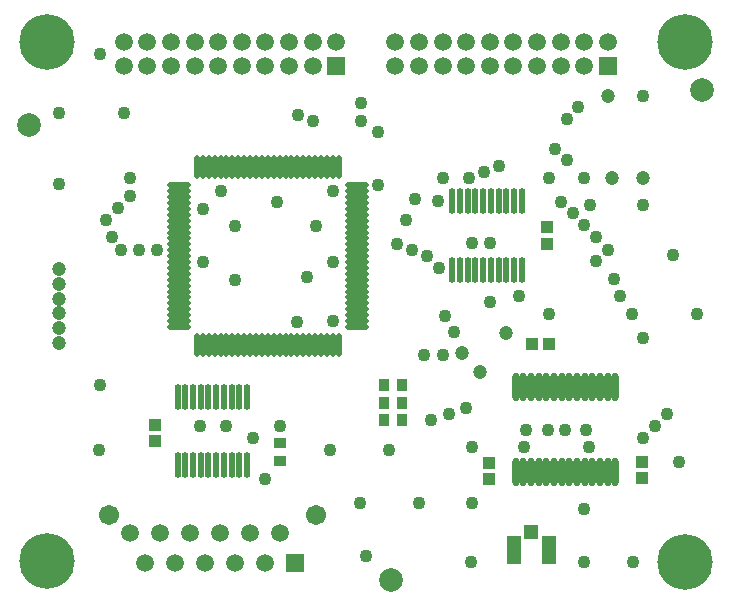
<source format=gts>
%FSLAX43Y43*%
%MOMM*%
G71*
G01*
G75*
G04 Layer_Color=8388736*
%ADD10C,0.305*%
%ADD11C,1.000*%
%ADD12O,0.350X2.000*%
%ADD13R,0.700X0.900*%
%ADD14R,0.900X0.800*%
%ADD15R,0.800X0.900*%
%ADD16R,0.900X0.700*%
%ADD17O,1.800X0.300*%
%ADD18O,0.300X1.800*%
%ADD19O,0.450X2.200*%
%ADD20R,1.050X2.200*%
%ADD21R,1.000X1.050*%
%ADD22C,0.127*%
%ADD23C,4.500*%
%ADD24C,1.500*%
%ADD25C,1.300*%
%ADD26R,1.300X1.300*%
%ADD27C,0.889*%
%ADD28R,1.400X1.100*%
%ADD29R,1.400X1.200*%
%ADD30R,2.100X0.900*%
%ADD31R,2.100X3.200*%
%ADD32C,0.600*%
%ADD33C,0.250*%
%ADD34C,0.200*%
%ADD35C,0.100*%
%ADD36C,0.152*%
%ADD37C,0.152*%
%ADD38C,1.203*%
%ADD39C,2.000*%
%ADD40O,0.553X2.203*%
%ADD41R,0.903X1.103*%
%ADD42R,1.103X1.003*%
%ADD43R,1.003X1.103*%
%ADD44R,1.103X0.903*%
%ADD45O,2.003X0.503*%
%ADD46O,0.503X2.003*%
%ADD47O,0.653X2.403*%
%ADD48R,1.253X2.403*%
%ADD49R,1.203X1.253*%
%ADD50C,4.703*%
%ADD51C,1.703*%
%ADD52C,1.503*%
%ADD53R,1.503X1.503*%
%ADD54C,1.092*%
D38*
X50800Y35500D02*
D03*
X50500Y42500D02*
D03*
X53500Y35500D02*
D03*
X39700Y19100D02*
D03*
X38100Y20700D02*
D03*
X41900Y22400D02*
D03*
X4000Y27800D02*
D03*
Y26550D02*
D03*
Y25300D02*
D03*
Y24050D02*
D03*
Y22800D02*
D03*
Y21550D02*
D03*
D39*
X32100Y1500D02*
D03*
X1500Y40000D02*
D03*
X58500Y43000D02*
D03*
D40*
X19925Y11200D02*
D03*
X19275D02*
D03*
X18625D02*
D03*
X17975D02*
D03*
X17325D02*
D03*
X16675D02*
D03*
X16025D02*
D03*
X15375D02*
D03*
X14725D02*
D03*
X14075D02*
D03*
X19925Y17000D02*
D03*
X19275D02*
D03*
X18625D02*
D03*
X17975D02*
D03*
X17325D02*
D03*
X16675D02*
D03*
X16025D02*
D03*
X15375D02*
D03*
X14725D02*
D03*
X14075D02*
D03*
X37331Y33558D02*
D03*
X37981D02*
D03*
X38631D02*
D03*
X39281D02*
D03*
X39931D02*
D03*
X40581D02*
D03*
X41231D02*
D03*
X41881D02*
D03*
X42531D02*
D03*
X43181D02*
D03*
X37331Y27758D02*
D03*
X37981D02*
D03*
X38631D02*
D03*
X39281D02*
D03*
X39931D02*
D03*
X40581D02*
D03*
X41231D02*
D03*
X41881D02*
D03*
X42531D02*
D03*
X43181D02*
D03*
D41*
X33050Y15000D02*
D03*
X31550D02*
D03*
X33050Y16500D02*
D03*
X31550D02*
D03*
X33050Y18000D02*
D03*
X31550D02*
D03*
D42*
X12152Y13212D02*
D03*
Y14612D02*
D03*
X53400Y10100D02*
D03*
Y11500D02*
D03*
X40400Y10000D02*
D03*
Y11400D02*
D03*
X45310Y31360D02*
D03*
Y29960D02*
D03*
D43*
X44100Y21500D02*
D03*
X45500D02*
D03*
D44*
X22700Y13050D02*
D03*
Y11550D02*
D03*
D45*
X14150Y34900D02*
D03*
Y34400D02*
D03*
Y33900D02*
D03*
Y33400D02*
D03*
Y32900D02*
D03*
Y32400D02*
D03*
Y31900D02*
D03*
Y31400D02*
D03*
Y30900D02*
D03*
Y30400D02*
D03*
Y29900D02*
D03*
Y29400D02*
D03*
Y28900D02*
D03*
Y28400D02*
D03*
Y27900D02*
D03*
Y27400D02*
D03*
Y26900D02*
D03*
Y26400D02*
D03*
Y25900D02*
D03*
Y25400D02*
D03*
Y24900D02*
D03*
Y24400D02*
D03*
Y23900D02*
D03*
Y23400D02*
D03*
Y22900D02*
D03*
X29250D02*
D03*
Y23400D02*
D03*
Y23900D02*
D03*
Y24400D02*
D03*
Y24900D02*
D03*
Y25400D02*
D03*
Y25900D02*
D03*
Y26400D02*
D03*
Y26900D02*
D03*
Y27400D02*
D03*
Y27900D02*
D03*
Y28400D02*
D03*
Y28900D02*
D03*
Y29400D02*
D03*
Y29900D02*
D03*
Y30400D02*
D03*
Y30900D02*
D03*
Y31400D02*
D03*
Y31900D02*
D03*
Y32400D02*
D03*
Y32900D02*
D03*
Y33400D02*
D03*
Y33900D02*
D03*
Y34400D02*
D03*
Y34900D02*
D03*
D46*
X15700Y21350D02*
D03*
X16200D02*
D03*
X16700D02*
D03*
X17200D02*
D03*
X17700D02*
D03*
X18200D02*
D03*
X18700D02*
D03*
X19200D02*
D03*
X19700D02*
D03*
X20200D02*
D03*
X20700D02*
D03*
X21200D02*
D03*
X21700D02*
D03*
X22200D02*
D03*
X22700D02*
D03*
X23200D02*
D03*
X23700D02*
D03*
X24200D02*
D03*
X24700D02*
D03*
X25200D02*
D03*
X25700D02*
D03*
X26200D02*
D03*
X26700D02*
D03*
X27200D02*
D03*
X27700D02*
D03*
Y36450D02*
D03*
X27200D02*
D03*
X26700D02*
D03*
X26200D02*
D03*
X25700D02*
D03*
X25200D02*
D03*
X24700D02*
D03*
X24200D02*
D03*
X23700D02*
D03*
X23200D02*
D03*
X22700D02*
D03*
X22200D02*
D03*
X21700D02*
D03*
X21200D02*
D03*
X20700D02*
D03*
X20200D02*
D03*
X19700D02*
D03*
X19200D02*
D03*
X18700D02*
D03*
X18200D02*
D03*
X17700D02*
D03*
X17200D02*
D03*
X16700D02*
D03*
X16200D02*
D03*
X15700D02*
D03*
D47*
X42675Y17800D02*
D03*
X43325D02*
D03*
X43975D02*
D03*
X44625D02*
D03*
X45275D02*
D03*
X45925D02*
D03*
X46575D02*
D03*
X47225D02*
D03*
X47875D02*
D03*
X48525D02*
D03*
X49175D02*
D03*
X49825D02*
D03*
X50475D02*
D03*
X51125D02*
D03*
X42675Y10600D02*
D03*
X43325D02*
D03*
X43975D02*
D03*
X44625D02*
D03*
X45275D02*
D03*
X45925D02*
D03*
X46575D02*
D03*
X47225D02*
D03*
X47875D02*
D03*
X48525D02*
D03*
X49175D02*
D03*
X49825D02*
D03*
X50475D02*
D03*
X51125D02*
D03*
D48*
X45475Y4000D02*
D03*
X42525D02*
D03*
D49*
X44000Y5525D02*
D03*
D50*
X57000Y3000D02*
D03*
X3000Y3100D02*
D03*
X57000Y47000D02*
D03*
X3000D02*
D03*
D51*
X8250Y6950D02*
D03*
X25820D02*
D03*
D52*
X20210Y5470D02*
D03*
X22750D02*
D03*
X21480Y2930D02*
D03*
X18940D02*
D03*
X17670Y5470D02*
D03*
X16400Y2930D02*
D03*
X15130Y5470D02*
D03*
X13860Y2930D02*
D03*
X12590Y5470D02*
D03*
X11320Y2930D02*
D03*
X10050Y5470D02*
D03*
X32500Y47000D02*
D03*
Y45000D02*
D03*
X34500Y47000D02*
D03*
Y45000D02*
D03*
X36500Y47000D02*
D03*
Y45000D02*
D03*
X38500Y47000D02*
D03*
Y45000D02*
D03*
X40500Y47000D02*
D03*
Y45000D02*
D03*
X42500Y47000D02*
D03*
X42500Y45000D02*
D03*
X44500Y47000D02*
D03*
Y45000D02*
D03*
X46500Y47000D02*
D03*
Y45000D02*
D03*
X48500D02*
D03*
X50500Y47000D02*
D03*
X48500Y47000D02*
D03*
X9500D02*
D03*
Y45000D02*
D03*
X11500Y47000D02*
D03*
Y45000D02*
D03*
X13500Y47000D02*
D03*
Y45000D02*
D03*
X15500Y47000D02*
D03*
Y45000D02*
D03*
X17500Y47000D02*
D03*
Y45000D02*
D03*
X19500Y47000D02*
D03*
X19500Y45000D02*
D03*
X21500Y47000D02*
D03*
Y45000D02*
D03*
X23500Y47000D02*
D03*
Y45000D02*
D03*
X25500D02*
D03*
X27500Y47000D02*
D03*
X25500Y47000D02*
D03*
D53*
X24020Y2930D02*
D03*
X50500Y45000D02*
D03*
X27500D02*
D03*
D54*
X29500Y8000D02*
D03*
X45514Y24014D02*
D03*
X35500Y15000D02*
D03*
X51000Y27000D02*
D03*
X48500Y35500D02*
D03*
X50500Y29400D02*
D03*
X49500Y28500D02*
D03*
X43000Y25500D02*
D03*
X51500D02*
D03*
X49500Y30500D02*
D03*
X48500Y31500D02*
D03*
X47545Y32545D02*
D03*
X46500Y33500D02*
D03*
X48500Y7500D02*
D03*
X56500Y11500D02*
D03*
X53500Y22000D02*
D03*
X30987Y34887D02*
D03*
Y39387D02*
D03*
X45500Y35500D02*
D03*
X53500Y33200D02*
D03*
X49000D02*
D03*
X8500Y30500D02*
D03*
X10766Y29390D02*
D03*
X12291Y29391D02*
D03*
X8000Y32000D02*
D03*
X9242Y29390D02*
D03*
X18894Y26850D02*
D03*
X24990Y27104D02*
D03*
X29562Y40312D02*
D03*
Y41836D02*
D03*
X24228Y40820D02*
D03*
X25498Y40312D02*
D03*
X25752Y31422D02*
D03*
X22450Y33454D02*
D03*
X27200Y28400D02*
D03*
X16200Y32900D02*
D03*
Y28400D02*
D03*
X24200Y23300D02*
D03*
X27200Y23400D02*
D03*
X43600Y14200D02*
D03*
X48600D02*
D03*
X43400Y12700D02*
D03*
X39000Y12700D02*
D03*
X48900Y12700D02*
D03*
X46900Y14200D02*
D03*
X45400D02*
D03*
X27200Y34400D02*
D03*
X18894Y31422D02*
D03*
X17700Y34400D02*
D03*
X9000Y33000D02*
D03*
X10000Y34000D02*
D03*
Y35500D02*
D03*
X20464Y13540D02*
D03*
X18178Y14556D02*
D03*
X54500Y14500D02*
D03*
X55500Y15500D02*
D03*
X53500Y13500D02*
D03*
X38500Y16000D02*
D03*
X37000Y15500D02*
D03*
X36500Y20500D02*
D03*
X37500Y22500D02*
D03*
X40500Y25000D02*
D03*
Y30000D02*
D03*
X39000D02*
D03*
X41246Y36502D02*
D03*
X38706Y35486D02*
D03*
X39976Y35994D02*
D03*
X36100Y33600D02*
D03*
X33880Y29390D02*
D03*
X32610Y29898D02*
D03*
X35150Y28882D02*
D03*
X33372Y31930D02*
D03*
X34134Y33708D02*
D03*
X36700Y23800D02*
D03*
X16000Y14500D02*
D03*
X30000Y3500D02*
D03*
X52500Y24014D02*
D03*
X58000Y24000D02*
D03*
X34900Y20500D02*
D03*
X36200Y27900D02*
D03*
X36500Y35500D02*
D03*
X46000Y38000D02*
D03*
X48000Y41500D02*
D03*
X47000Y40500D02*
D03*
Y37000D02*
D03*
X22700Y14500D02*
D03*
X21500Y10000D02*
D03*
X56000Y29000D02*
D03*
X52600Y3000D02*
D03*
X48500D02*
D03*
X38900D02*
D03*
X27000Y12500D02*
D03*
X39000Y8000D02*
D03*
X34500D02*
D03*
X32000Y12500D02*
D03*
X7400D02*
D03*
X7500Y18000D02*
D03*
X4000Y35000D02*
D03*
Y41000D02*
D03*
X53500Y42500D02*
D03*
X9500Y41000D02*
D03*
X7500Y46000D02*
D03*
M02*

</source>
